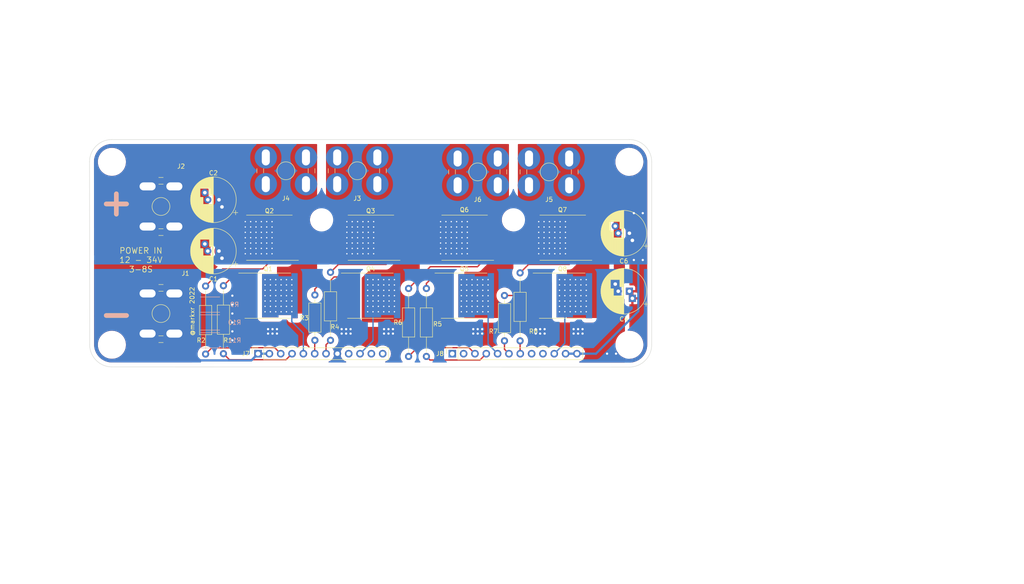
<source format=kicad_pcb>
(kicad_pcb (version 20211014) (generator pcbnew)
  (title_block (title "Feather ESC Power Board") (date "2021-11-20"))
  (layers (0 "F.Cu" signal) (31 "B.Cu" signal) (34 "B.Paste" user) (35 "F.Paste" user) (36 "B.SilkS" user "B.Silkscreen") (37 "F.SilkS" user "F.Silkscreen") (38 "B.Mask" user) (39 "F.Mask" user) (44 "Edge.Cuts" user))
  (net 0 "")
  (net 1 "GND")
  (net 2 "VBAT")
  (net 6 "Net-(Q1-Pad1)")
  (net 7 "Net-(Q2-Pad1)")
  (net 8 "Net-(Q3-Pad1)")
  (net 9 "Net-(Q4-Pad1)")
  (net 10 "Net-(Q5-Pad1)")
  (net 11 "Net-(Q6-Pad1)")
  (net 12 "Net-(Q7-Pad1)")
  (net 13 "Net-(Q8-Pad1)")
  (net 14 "/PHASE21")
  (net 15 "/PHASE11")
  (net 16 "/GATE1L1")
  (net 18 "/GATE2H1")
  (net 19 "/GATE1H1")
  (net 20 "/GATE2L1")
  (net 21 "/PHASE22")
  (net 22 "/PHASE12")
  (net 23 "/GATE1H2")
  (net 24 "/GATE1L2")
  (net 25 "/GATE2L2")
  (net 27 "/GATE2H2")
  (net 28 "GNDSHUNT")
  (footprint "Package_TO_SOT_SMD:Infineon_PG-HSOF-8-1_ThermalVias" (layer "F.Cu") (at 116.23 69 180)
    (fp_text reference "Q2")
    (fp_text value "NCEP40T20ALL")
  )
  (footprint "featheresc:screwterminal_temile_MFR04425" (layer "F.Cu") (at 120 54 90)
    (fp_text reference "J4")
    (fp_text value "PHASE1")
  )
  (footprint "Package_TO_SOT_SMD:Infineon_PG-HSOF-8-1_ThermalVias" (layer "F.Cu") (at 182 82)
    (fp_text reference "Q8")
    (fp_text value "NCEP40T20ALL")
  )
  (footprint "Resistor_THT:R_Axial_DIN0207_L6.3mm_D2.5mm_P15.24mm_Horizontal" (layer "F.Cu") (at 106 95 90)
    (fp_text reference "R1")
    (fp_text value "15R")
  )
  (footprint "featheresc:screwterminal_temile_MFR04425" (layer "F.Cu") (at 92 86 180)
    (fp_text reference "J1")
    (fp_text value "VIN_GND")
  )
  (footprint "featheresc:screwterminal_temile_MFR04425" (layer "F.Cu") (at 136 54 90)
    (fp_text reference "J3")
    (fp_text value "PHASE2")
  )
  (footprint "Package_TO_SOT_SMD:Infineon_PG-HSOF-8-1_ThermalVias" (layer "F.Cu") (at 139 82)
    (fp_text reference "Q4")
    (fp_text value "NCEP40T20ALL")
  )
  (footprint "Capacitor_THT:CP_Radial_D10.0mm_P2.50mm_P5.00mm" (layer "F.Cu") (at 105 72 180)
    (fp_text reference "C1")
    (fp_text value "120uF")
  )
  (footprint "Capacitor_THT:CP_Radial_D10.0mm_P2.50mm_P5.00mm" (layer "F.Cu") (at 105 60.5 180)
    (fp_text reference "C2")
    (fp_text value "120uF")
  )
  (footprint "MountingHole:MountingHole_4.3mm_M4" (layer "F.Cu") (at 81 93)
    (fp_text reference "H5" hide)
    (fp_text value "Cornerhole M4")
  )
  (footprint "Resistor_THT:R_Axial_DIN0207_L6.3mm_D2.5mm_P15.24mm_Horizontal" (layer "F.Cu") (at 151.5 95.62 90)
    (fp_text reference "R5")
    (fp_text value "15R")
  )
  (footprint "Package_TO_SOT_SMD:Infineon_PG-HSOF-8-1_ThermalVias" (layer "F.Cu") (at 139 69 180)
    (fp_text reference "Q3")
    (fp_text value "NCEP40T20ALL")
  )
  (footprint "Connector_PinSocket_2.54mm:PinSocket_1x12_P2.54mm_Vertical" (layer "F.Cu") (at 113.76 95 90)
    (fp_text reference "J7")
    (fp_text value "interconnect1")
  )
  (footprint "MountingHole:MountingHole_4.3mm_M4" (layer "F.Cu") (at 197 52)
    (fp_text reference "H4" hide)
    (fp_text value "Cornerhole M4")
  )
  (footprint "MountingHole:MountingHole_4.3mm_M4" (layer "F.Cu") (at 197 93)
    (fp_text reference "H3" hide)
    (fp_text value "Cornerhole M4")
  )
  (footprint "Package_TO_SOT_SMD:Infineon_PG-HSOF-8-1_ThermalVias" (layer "F.Cu") (at 160 82)
    (fp_text reference "Q5")
    (fp_text value "NCEP40T20ALL")
  )
  (footprint "Resistor_THT:R_Axial_DIN0207_L6.3mm_D2.5mm_P10.16mm_Horizontal" (layer "F.Cu") (at 169 92.12 90)
    (fp_text reference "R7")
    (fp_text value "15R")
  )
  (footprint "Resistor_THT:R_Axial_DIN0207_L6.3mm_D2.5mm_P10.16mm_Horizontal" (layer "F.Cu") (at 126.5 92 90)
    (fp_text reference "R3")
    (fp_text value "15R")
  )
  (footprint "Package_TO_SOT_SMD:Infineon_PG-HSOF-8-1_ThermalVias" (layer "F.Cu") (at 160 69 180)
    (fp_text reference "Q6")
    (fp_text value "NCEP40T20ALL")
  )
  (footprint "featheresc:MountingHole_M3_with_standoff" (layer "F.Cu") (at 128 65)
    (fp_text reference "H1" hide)
    (fp_text value "Interconnect M3")
  )
  (footprint "Capacitor_THT:CP_Radial_D10.0mm_P2.50mm_P5.00mm" (layer "F.Cu") (at 197 81 180)
    (fp_text reference "C4")
    (fp_text value "120uF")
  )
  (footprint "Connector_PinSocket_2.54mm:PinSocket_1x12_P2.54mm_Vertical" (layer "F.Cu") (at 157.3 95 90)
    (fp_text reference "J8")
    (fp_text value "interconnect2")
  )
  (footprint "Resistor_THT:R_Axial_DIN0207_L6.3mm_D2.5mm_P15.24mm_Horizontal" (layer "F.Cu") (at 172.5 92.12 90)
    (fp_text reference "R8")
    (fp_text value "15R")
  )
  (footprint "Package_TO_SOT_SMD:Infineon_PG-HSOF-8-1_ThermalVias" (layer "F.Cu") (at 116 82)
    (fp_text reference "Q1")
    (fp_text value "NCEP40T20ALL")
  )
  (footprint "Package_TO_SOT_SMD:Infineon_PG-HSOF-8-1_ThermalVias" (layer "F.Cu") (at 182 69 180)
    (fp_text reference "Q7")
    (fp_text value "NCEP40T20ALL")
  )
  (footprint "MountingHole:MountingHole_4.3mm_M4" (layer "F.Cu") (at 81 52)
    (fp_text reference "H6" hide)
    (fp_text value "Cornerhole M4")
  )
  (footprint "Resistor_THT:R_Axial_DIN0207_L6.3mm_D2.5mm_P15.24mm_Horizontal" (layer "F.Cu") (at 130 92 90)
    (fp_text reference "R4")
    (fp_text value "15R")
  )
  (footprint "featheresc:screwterminal_temile_MFR04425" (layer "F.Cu") (at 92 62 180)
    (fp_text reference "J2")
    (fp_text value "VIN_POS")
  )
  (footprint "featheresc:screwterminal_temile_MFR04425" (layer "F.Cu") (at 163 54.25 90)
    (fp_text reference "J6")
    (fp_text value "PHASE1")
  )
  (footprint "Capacitor_THT:CP_Radial_D10.0mm_P2.50mm_P5.00mm" (layer "F.Cu") (at 197 68 180)
    (fp_text reference "C6")
    (fp_text value "120uF")
  )
  (footprint "featheresc:MountingHole_M3_with_standoff" (layer "F.Cu") (at 171 65)
    (fp_text reference "H2" hide)
    (fp_text value "Interconnect M3")
  )
  (footprint "Resistor_THT:R_Axial_DIN0207_L6.3mm_D2.5mm_P15.24mm_Horizontal" (layer "F.Cu") (at 147.5 95.62 90)
    (fp_text reference "R6")
    (fp_text value "15R")
  )
  (footprint "Resistor_THT:R_Axial_DIN0207_L6.3mm_D2.5mm_P15.24mm_Horizontal" (layer "F.Cu") (at 102 95.08 90)
    (fp_text reference "R2")
    (fp_text value "15R")
  )
  (footprint "featheresc:screwterminal_temile_MFR04425" (layer "F.Cu") (at 179 54.25 90)
    (fp_text reference "J5")
    (fp_text value "PHASE2")
  )
  (footprint "Resistor_SMD:R_2512_6332Metric_Pad1.40x3.35mm_HandSolder" (layer "B.Cu") (at 103 84)
    (fp_text reference "R9")
    (fp_text value "2mOhm")
  )
  (footprint "Resistor_SMD:R_2512_6332Metric_Pad1.40x3.35mm_HandSolder" (layer "B.Cu") (at 103 88)
    (fp_text reference "R10")
    (fp_text value "2mOhm")
  )
  (footprint "Resistor_SMD:R_2512_6332Metric_Pad1.40x3.35mm_HandSolder" (layer "B.Cu") (at 103 92)
    (fp_text reference "R11")
    (fp_text value "2mOhm")
  )
  (gr_line (start 76.017767 92.964466) (end 75.982233 52) (layer "Edge.Cuts") (width 0.1))
  (gr_arc (start 75.982233 52) (mid 77.446699 48.464466) (end 80.982233 47) (layer "Edge.Cuts") (width 0.1))
  (gr_line (start 80.982233 47) (end 197 47) (layer "Edge.Cuts") (width 0.1))
  (gr_line (start 197 98) (end 81.017767 97.964466) (layer "Edge.Cuts") (width 0.1))
  (gr_arc (start 197 47) (mid 200.535534 48.464466) (end 202 52) (layer "Edge.Cuts") (width 0.1))
  (gr_line (start 202 52) (end 202 93) (layer "Edge.Cuts") (width 0.1))
  (gr_arc (start 202 93) (mid 200.535534 96.535534) (end 197 98) (layer "Edge.Cuts") (width 0.1))
  (gr_arc (start 81.017767 97.964466) (mid 77.482233 96.5) (end 76.017767 92.964466) (layer "Edge.Cuts") (width 0.1))
  (gr_text "-" (at 82 86) (layer "B.SilkS") (effects (font (size 6 6) (thickness 1)) (justify mirror)))
  (gr_text "+" (at 82 61) (layer "B.SilkS") (effects (font (size 6 6) (thickness 1)) (justify mirror)))
  (gr_text "@markxr 2022" (at 99 85.5 90) (layer "F.SilkS") (effects (font (size 1 1))))
  (gr_text "POWER IN\n12 - 34V\n3-8S" (at 87.5 74) (layer "F.SilkS") (effects (font (size 1.3 1.3))))
  (gr_text "-" (at 82 86) (layer "F.SilkS") (effects (font (size 6 6) (thickness 1))))
  (gr_text "+" (at 82 61) (layer "F.SilkS") (effects (font (size 6 6) (thickness 1))))
  (segment (start 100.75 96.5) (end 99.95 95.7) (width 0.5) (layer "B.Cu") (net 1))
  (segment (start 113.76 95) (end 112.26 96.5) (width 0.5) (layer "B.Cu") (net 1))
  (segment (start 112.26 96.5) (end 100.75 96.5) (width 0.5) (layer "B.Cu") (net 1))
  (segment (start 113.76 95) (end 116.3 95) (width 0.5) (layer "B.Cu") (net 1))
  (segment (start 99.95 95.7) (end 99.95 92) (width 0.5) (layer "B.Cu") (net 1))
  (segment (start 108.970937 65.4) (end 113.3 65.4) (width 4) (layer "F.Cu") (net 2))
  (segment (start 105.670937 62.1) (end 108.970937 65.4) (width 4) (layer "F.Cu") (net 2))
  (segment (start 105.670937 56.670937) (end 105.670937 62.1) (width 4) (layer "F.Cu") (net 2))
  (segment (start 97.499999 55.000001) (end 104.000001 55.000001) (width 4) (layer "F.Cu") (net 2))
  (segment (start 112.43 69) (end 109 69) (width 4) (layer "F.Cu") (net 2))
  (segment (start 104.000001 55.000001) (end 105.670937 56.670937) (width 4) (layer "F.Cu") (net 2))
  (segment (start 109 69) (end 106 72) (width 4) (layer "F.Cu") (net 2))
  (segment (start 95 57.5) (end 97.499999 55.000001) (width 4) (layer "F.Cu") (net 2))
  (via (at 198 74) (size 1) (drill 0.5) (layers "F.Cu" "B.Cu") (net 2))
  (via (at 200 63.5) (size 1) (drill 0.5) (layers "F.Cu" "B.Cu") (net 2))
  (via (at 200 74) (size 1) (drill 0.5) (layers "F.Cu" "B.Cu") (net 2))
  (via (at 198 63.5) (size 1) (drill 0.5) (layers "F.Cu" "B.Cu") (net 2))
  (segment (start 185.24 95) (end 189.5 95) (width 0.5) (layer "B.Cu") (net 2))
  (segment (start 185.24 95) (end 182.7 95) (width 0.5) (layer "B.Cu") (net 2))
  (segment (start 199 85.5) (end 199 73) (width 0.5) (layer "B.Cu") (net 2))
  (segment (start 189.5 95) (end 199 85.5) (width 0.5) (layer "B.Cu") (net 2))
  (segment (start 107.96 77.8) (end 110.75 77.8) (width 0.3) (layer "F.Cu") (net 6))
  (segment (start 106 79.76) (end 107.96 77.8) (width 0.3) (layer "F.Cu") (net 6))
  (segment (start 116.451458 74.34952) (end 120.33048 74.34952) (width 0.3) (layer "F.Cu") (net 7))
  (segment (start 120.33048 74.34952) (end 121.48 73.2) (width 0.3) (layer "F.Cu") (net 7))
  (segment (start 105.84 76) (end 114.800978 76) (width 0.3) (layer "F.Cu") (net 7))
  (segment (start 102 79.84) (end 105.84 76) (width 0.3) (layer "F.Cu") (net 7))
  (segment (start 114.800978 76) (end 116.451458 74.34952) (width 0.3) (layer "F.Cu") (net 7))
  (segment (start 142.45 75) (end 144.25 73.2) (width 0.3) (layer "F.Cu") (net 8))
  (segment (start 130 76.76) (end 131.76 75) (width 0.3) (layer "F.Cu") (net 8))
  (segment (start 131.76 75) (end 142.45 75) (width 0.3) (layer "F.Cu") (net 8))
  (segment (start 130.797787 77.8) (end 133.75 77.8) (width 0.3) (layer "F.Cu") (net 9))
  (segment (start 129.597787 79) (end 130.797787 77.8) (width 0.3) (layer "F.Cu") (net 9))
  (segment (start 126.5 80.5) (end 128 79) (width 0.3) (layer "F.Cu") (net 9))
  (segment (start 126.5 81.84) (end 126.5 80.5) (width 0.3) (layer "F.Cu") (net 9))
  (segment (start 128 79) (end 129.597787 79) (width 0.3) (layer "F.Cu") (net 9))
  (segment (start 151.5 80.38) (end 151.5 79.24863) (width 0.3) (layer "F.Cu") (net 10))
  (segment (start 151.5 79.24863) (end 152.94863 77.8) (width 0.3) (layer "F.Cu") (net 10))
  (segment (start 152.94863 77.8) (end 154.75 77.8) (width 0.3) (layer "F.Cu") (net 10))
  (segment (start 147.5 80.38) (end 152.38 75.5) (width 0.3) (layer "F.Cu") (net 11))
  (segment (start 152.38 75.5) (end 162.95 75.5) (width 0.3) (layer "F.Cu") (net 11))
  (segment (start 162.95 75.5) (end 165.25 73.2) (width 0.3) (layer "F.Cu") (net 11))
  (segment (start 172.5 76.88) (end 174.38 75) (width 0.3) (layer "F.Cu") (net 12))
  (segment (start 174.38 75) (end 183.5 75) (width 0.3) (layer "F.Cu") (net 12))
  (segment (start 185.3 73.2) (end 187.25 73.2) (width 0.3) (layer "F.Cu") (net 12))
  (segment (start 183.5 75) (end 185.3 73.2) (width 0.3) (layer "F.Cu") (net 12))
  (segment (start 175.443572 77.8) (end 176.75 77.8) (width 0.3) (layer "F.Cu") (net 13))
  (segment (start 171.283572 81.96) (end 175.443572 77.8) (width 0.3) (layer "F.Cu") (net 13))
  (segment (start 169 81.96) (end 171.283572 81.96) (width 0.3) (layer "F.Cu") (net 13))
  (segment (start 139.5 92.12) (end 139.5 92) (width 0.3) (layer "B.Cu") (net 14))
  (segment (start 139.5 92) (end 139.53 91.97) (width 0.3) (layer "B.Cu") (net 14))
  (segment (start 136.62 95) (end 139.5 92.12) (width 0.3) (layer "B.Cu") (net 14))
  (segment (start 139.53 91.97) (end 139.53 85.6) (width 0.3) (layer "B.Cu") (net 14))
  (segment (start 121.33 85.6) (end 121.33 87.83) (width 0.3) (layer "B.Cu") (net 15))
  (segment (start 123.92 90.42) (end 123.92 95) (width 0.3) (layer "B.Cu") (net 15))
  (segment (start 121.33 87.83) (end 123.92 90.42) (width 0.3) (layer "B.Cu") (net 15))
  (segment (start 107.349511 96.349511) (end 120.030489 96.349511) (width 0.3) (layer "F.Cu") (net 16))
  (segment (start 120.030489 96.349511) (end 121.38 95) (width 0.3) (layer "F.Cu") (net 16))
  (segment (start 106 95) (end 107.349511 96.349511) (width 0.3) (layer "F.Cu") (net 16))
  (segment (start 129 93) (end 130 92) (width 0.3) (layer "F.Cu") (net 18))
  (segment (start 129 95) (end 129 93) (width 0.3) (layer "F.Cu") (net 18))
  (segment (start 103.379511 93.700489) (end 110.700489 93.700489) (width 0.3) (layer "F.Cu") (net 19))
  (segment (start 110.700489 93.700489) (end 110.750489 93.650489) (width 0.3) (layer "F.Cu") (net 19))
  (segment (start 117.490489 93.650489) (end 118.84 95) (width 0.3) (layer "F.Cu") (net 19))
  (segment (start 110.750489 93.650489) (end 117.490489 93.650489) (width 0.3) (layer "F.Cu") (net 19))
  (segment (start 102 95.08) (end 103.379511 93.700489) (width 0.3) (layer "F.Cu") (net 19))
  (segment (start 126.46 95) (end 126.46 92.04) (width 0.3) (layer "F.Cu") (net 20))
  (segment (start 126.46 92.04) (end 126.5 92) (width 0.3) (layer "F.Cu") (net 20))
  (segment (start 182.53 92.63) (end 182.53 85.6) (width 0.3) (layer "B.Cu") (net 21))
  (segment (start 180.16 95) (end 182.53 92.63) (width 0.3) (layer "B.Cu") (net 21))
  (segment (start 165.33 92.87) (end 167.46 95) (width 0.3) (layer "B.Cu") (net 22))
  (segment (start 165.33 85.6) (end 165.33 92.87) (width 0.3) (layer "B.Cu") (net 22))
  (segment (start 161.030489 93.650489) (end 162.38 95) (width 0.3) (layer "F.Cu") (net 23))
  (segment (start 149.469511 93.650489) (end 161.030489 93.650489) (width 0.3) (layer "F.Cu") (net 23))
  (segment (start 147.5 95.62) (end 149.469511 93.650489) (width 0.3) (layer "F.Cu") (net 23))
  (segment (start 151.5 95.62) (end 152.299999 96.419999) (width 0.3) (layer "F.Cu") (net 24))
  (segment (start 152.299999 96.419999) (end 163.500001 96.419999) (width 0.3) (layer "F.Cu") (net 24))
  (segment (start 163.500001 96.419999) (end 164.92 95) (width 0.3) (layer "F.Cu") (net 24))
  (segment (start 169 94) (end 170 95) (width 0.3) (layer "F.Cu") (net 25))
  (segment (start 169 92.12) (end 169 94) (width 0.3) (layer "F.Cu") (net 25))
  (segment (start 172.5 94.96) (end 172.54 95) (width 0.3) (layer "F.Cu") (net 27))
  (segment (start 172.5 92.12) (end 172.5 94.96) (width 0.3) (layer "F.Cu") (net 27))
  (via (at 108 84) (size 1) (drill 0.5) (layers "F.Cu" "B.Cu") (net 28))
  (via (at 163 89.5) (size 1) (drill 0.5) (layers "F.Cu" "B.Cu") (net 28))
  (via (at 108 82) (size 1) (drill 0.5) (layers "F.Cu" "B.Cu") (net 28))
  (via (at 133.5 89.5) (size 1) (drill 0.5) (layers "F.Cu" "B.Cu") (net 28))
  (via (at 162 89.5) (size 1) (drill 0.5) (layers "F.Cu" "B.Cu") (net 28))
  (via (at 185.5 89.5) (size 1) (drill 0.5) (layers "F.Cu" "B.Cu") (net 28))
  (via (at 118 90.5) (size 1) (drill 0.5) (layers "F.Cu" "B.Cu") (net 28))
  (via (at 133.5 90.5) (size 1) (drill 0.5) (layers "F.Cu" "B.Cu") (net 28))
  (via (at 178 90.5) (size 1) (drill 0.5) (layers "F.Cu" "B.Cu") (net 28))
  (via (at 134.5 89.5) (size 1) (drill 0.5) (layers "F.Cu" "B.Cu") (net 28))
  (via (at 142 89.5) (size 1) (drill 0.5) (layers "F.Cu" "B.Cu") (net 28))
  (via (at 116 89.5) (size 1) (drill 0.5) (layers "F.Cu" "B.Cu") (net 28))
  (via (at 162 90.5) (size 1) (drill 0.5) (layers "F.Cu" "B.Cu") (net 28))
  (via (at 108 86) (size 1) (drill 0.5) (layers "F.Cu" "B.Cu") (net 28))
  (via (at 184.5 90.5) (size 1) (drill 0.5) (layers "F.Cu" "B.Cu") (net 28))
  (via (at 132.5 90.5) (size 1) (drill 0.5) (layers "F.Cu" "B.Cu") (net 28))
  (via (at 117 89.5) (size 1) (drill 0.5) (layers "F.Cu" "B.Cu") (net 28))
  (via (at 144 90.5) (size 1) (drill 0.5) (layers "F.Cu" "B.Cu") (net 28))
  (via (at 108 88) (size 1) (drill 0.5) (layers "F.Cu" "B.Cu") (net 28))
  (via (at 194 95) (size 1) (drill 0.5) (layers "F.Cu" "B.Cu") (net 28))
  (via (at 117 90.5) (size 1) (drill 0.5) (layers "F.Cu" "B.Cu") (net 28))
  (via (at 184.5 89.5) (size 1) (drill 0.5) (layers "F.Cu" "B.Cu") (net 28))
  (via (at 118 89.5) (size 1) (drill 0.5) (layers "F.Cu" "B.Cu") (net 28))
  (via (at 164 90.5) (size 1) (drill 0.5) (layers "F.Cu" "B.Cu") (net 28))
  (via (at 186.5 89.5) (size 1) (drill 0.5) (layers "F.Cu" "B.Cu") (net 28))
  (via (at 143 90.5) (size 1) (drill 0.5) (layers "F.Cu" "B.Cu") (net 28))
  (via (at 186.5 90.5) (size 1) (drill 0.5) (layers "F.Cu" "B.Cu") (net 28))
  (via (at 177 89.5) (size 1) (drill 0.5) (layers "F.Cu" "B.Cu") (net 28))
  (via (at 132.5 89.5) (size 1) (drill 0.5) (layers "F.Cu" "B.Cu") (net 28))
  (via (at 116 90.5) (size 1) (drill 0.5) (layers "F.Cu" "B.Cu") (net 28))
  (via (at 177 90.5) (size 1) (drill 0.5) (layers "F.Cu" "B.Cu") (net 28))
  (via (at 108 92) (size 1) (drill 0.5) (layers "F.Cu" "B.Cu") (net 28))
  (via (at 176 90.5) (size 1) (drill 0.5) (layers "F.Cu" "B.Cu") (net 28))
  (via (at 142 90.5) (size 1) (drill 0.5) (layers "F.Cu" "B.Cu") (net 28))
  (via (at 178 89.5) (size 1) (drill 0.5) (layers "F.Cu" "B.Cu") (net 28))
  (via (at 185.5 90.5) (size 1) (drill 0.5) (layers "F.Cu" "B.Cu") (net 28))
  (via (at 164 89.5) (size 1) (drill 0.5) (layers "F.Cu" "B.Cu") (net 28))
  (via (at 144 89.5) (size 1) (drill 0.5) (layers "F.Cu" "B.Cu") (net 28))
  (via (at 192 95) (size 1) (drill 0.5) (layers "F.Cu" "B.Cu") (net 28))
  (via (at 176 89.5) (size 1) (drill 0.5) (layers "F.Cu" "B.Cu") (net 28))
  (via (at 163 90.5) (size 1) (drill 0.5) (layers "F.Cu" "B.Cu") (net 28))
  (via (at 143 89.5) (size 1) (drill 0.5) (layers "F.Cu" "B.Cu") (net 28))
  (via (at 134.5 90.5) (size 1) (drill 0.5) (layers "F.Cu" "B.Cu") (net 28))
  (via (at 108 90) (size 1) (drill 0.5) (layers "F.Cu" "B.Cu") (net 28))
  (zone (net 21) (net_name "/PHASE22") (layer "F.Cu") (connect_pads yes (clearance 1)) (min_thickness 0.254) (fill yes (thermal_gap 0.508) (thermal_bridge_width 0.508))
    (polygon (pts (xy 196 62) (xy 192.5 64) (xy 192.5 87) (xy 183 87) (xy 183 64) (xy 172 61) (xy 172 40.5) (xy 196 40.5)))
  )
  (zone (net 2) (net_name "VBAT") (layer "F.Cu") (connect_pads (clearance 1)) (min_thickness 0.254) (fill yes (thermal_gap 0.508) (thermal_bridge_width 0.508))
    (polygon (pts (xy 203.5 98.5) (xy 197 98.5) (xy 197 41) (xy 203.5 41)))
  )
  (zone (net 15) (net_name "/PHASE11") (layer "F.Cu") (connect_pads yes (clearance 1)) (min_thickness 0.254) (fill yes (thermal_gap 0.508) (thermal_bridge_width 0.508))
    (polygon (pts (xy 127 58) (xy 127 64) (xy 127 86) (xy 118 86) (xy 118 61) (xy 109 61) (xy 109 45) (xy 127 45)))
  )
  (zone (net 28) (net_name "GNDSHUNT") (layer "F.Cu") (connect_pads yes (clearance 1)) (min_thickness 0.254) (fill yes (thermal_gap 0.508) (thermal_bridge_width 0.508))
    (polygon (pts (xy 157.5 88) (xy 174.5 88) (xy 174.5 79) (xy 180 79) (xy 180 88) (xy 193.5 88) (xy 193.5 65) (xy 196 65) (xy 196 98) (xy 100 98) (xy 100 81) (xy 108 81) (xy 108 76) (xy 108 79) (xy 113 79) (xy 113 87) (xy 128 87) (xy 128 79) (xy 135.5 79) (xy 135.5 89) (xy 152 89) (xy 152 76) (xy 157.5 76)))
  )
  (zone (net 14) (net_name "/PHASE21") (layer "F.Cu") (connect_pads yes (clearance 1)) (min_thickness 0.254) (fill yes (thermal_gap 0.508) (thermal_bridge_width 0.508))
    (polygon (pts (xy 150 88) (xy 137 88) (xy 137 78) (xy 139 76) (xy 139 64) (xy 129 62) (xy 129 45) (xy 150 45)))
  )
  (zone (net 1) (net_name "GND") (layer "F.Cu") (connect_pads yes (clearance 1)) (min_thickness 0.254) (fill yes (thermal_gap 0.508) (thermal_bridge_width 0.508))
    (polygon (pts (xy 108 78) (xy 99 78) (xy 99 98) (xy 75 98) (xy 75 74) (xy 97 74) (xy 100 70) (xy 100 58) (xy 108 58)))
  )
  (zone (net 2) (net_name "VBAT") (layer "F.Cu") (connect_pads yes (clearance 1)) (min_thickness 0.254) (fill yes (thermal_gap 0.508) (thermal_bridge_width 0.508))
    (polygon (pts (xy 108 56.5) (xy 99 56.5) (xy 99 69.5) (xy 96 73) (xy 73 73) (xy 73 41.5) (xy 108 41.5)))
  )
  (zone (net 22) (net_name "/PHASE12") (layer "F.Cu") (connect_pads yes (clearance 1)) (min_thickness 0.254) (fill yes (thermal_gap 0.508) (thermal_bridge_width 0.508))
    (polygon (pts (xy 170 61) (xy 171 68.5) (xy 171 87) (xy 160 87) (xy 160 63) (xy 153.5 63) (xy 151.5 58) (xy 151.5 45) (xy 170 45)))
  )
  (zone (net 28) (net_name "GNDSHUNT") (layer "B.Cu") (connect_pads yes (clearance 1)) (min_thickness 0.254) (fill yes (thermal_gap 0.508) (thermal_bridge_width 0.508))
    (polygon (pts (xy 245 98) (xy 102 98) (xy 102 76) (xy 245 76)))
  )
  (zone (net 2) (net_name "VBAT") (layer "B.Cu") (connect_pads yes (clearance 1)) (min_thickness 0.254) (fill yes (thermal_gap 0.508) (thermal_bridge_width 0.508))
    (polygon (pts (xy 245 75) (xy 74 75) (xy 74 43) (xy 245 43)))
  )
  (zone (net 1) (net_name "GND") (layer "B.Cu") (connect_pads yes (clearance 1)) (min_thickness 0.254) (fill yes (thermal_gap 0.508) (thermal_bridge_width 0.508))
    (polygon (pts (xy 101 98) (xy 75 98) (xy 75 76) (xy 101 76)))
  )
)
</source>
